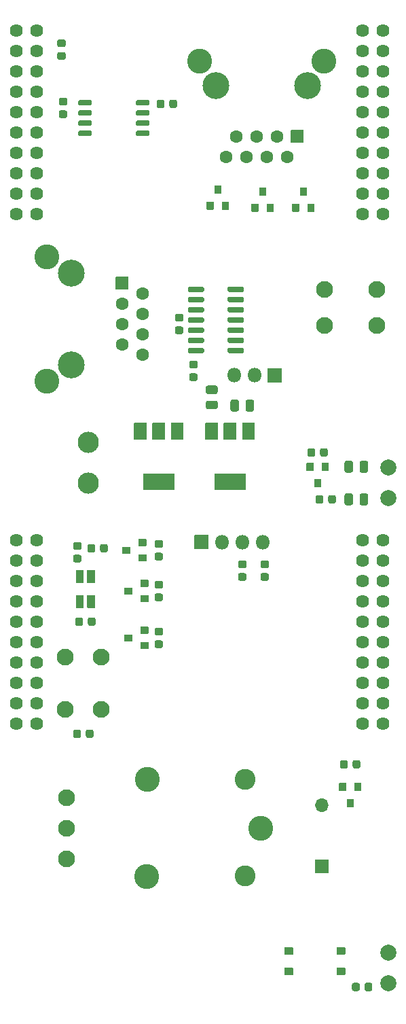
<source format=gts>
G04 #@! TF.GenerationSoftware,KiCad,Pcbnew,(5.1.10-1-10_14)*
G04 #@! TF.CreationDate,2021-11-12T15:28:04+00:00*
G04 #@! TF.ProjectId,New-New-ACNode-Shield,4e65772d-4e65-4772-9d41-434e6f64652d,rev?*
G04 #@! TF.SameCoordinates,Original*
G04 #@! TF.FileFunction,Soldermask,Top*
G04 #@! TF.FilePolarity,Negative*
%FSLAX46Y46*%
G04 Gerber Fmt 4.6, Leading zero omitted, Abs format (unit mm)*
G04 Created by KiCad (PCBNEW (5.1.10-1-10_14)) date 2021-11-12 15:28:04*
%MOMM*%
%LPD*%
G01*
G04 APERTURE LIST*
%ADD10O,1.800000X1.800000*%
%ADD11C,2.100000*%
%ADD12C,2.000000*%
%ADD13C,1.624000*%
%ADD14C,3.100000*%
%ADD15C,2.600000*%
%ADD16C,2.640000*%
%ADD17C,1.600000*%
%ADD18C,3.350000*%
%ADD19O,1.700000X1.700000*%
G04 APERTURE END LIST*
D10*
X151620000Y-88700000D03*
X154160000Y-88700000D03*
G36*
G01*
X155850000Y-87800000D02*
X157550000Y-87800000D01*
G75*
G02*
X157600000Y-87850000I0J-50000D01*
G01*
X157600000Y-89550000D01*
G75*
G02*
X157550000Y-89600000I-50000J0D01*
G01*
X155850000Y-89600000D01*
G75*
G02*
X155800000Y-89550000I0J50000D01*
G01*
X155800000Y-87850000D01*
G75*
G02*
X155850000Y-87800000I50000J0D01*
G01*
G37*
D11*
X130700000Y-148910000D03*
X130700000Y-145100000D03*
X130700000Y-141290000D03*
D12*
X170900000Y-160590000D03*
X170900000Y-164400000D03*
X170844000Y-100198000D03*
X170844000Y-104008000D03*
D13*
X170180000Y-132080000D03*
X167640000Y-132080000D03*
X127000000Y-132080000D03*
X124460000Y-132080000D03*
X170180000Y-129540000D03*
X167640000Y-129540000D03*
X170180000Y-127000000D03*
X167640000Y-127000000D03*
X170180000Y-124460000D03*
X167640000Y-124460000D03*
X170180000Y-121920000D03*
X167640000Y-121920000D03*
X170180000Y-119380000D03*
X167640000Y-119380000D03*
X170180000Y-116840000D03*
X167640000Y-116840000D03*
X170180000Y-114300000D03*
X167640000Y-114300000D03*
X170180000Y-111760000D03*
X167640000Y-111760000D03*
X170180000Y-109220000D03*
X167640000Y-109220000D03*
X170180000Y-68580000D03*
X167640000Y-68580000D03*
X170180000Y-66040000D03*
X167640000Y-66040000D03*
X170180000Y-63500000D03*
X167640000Y-63500000D03*
X170180000Y-60960000D03*
X167640000Y-60960000D03*
X170180000Y-58420000D03*
X167640000Y-58420000D03*
X170180000Y-55880000D03*
X167640000Y-55880000D03*
X170180000Y-53340000D03*
X167640000Y-53340000D03*
X170180000Y-50800000D03*
X167640000Y-50800000D03*
X170180000Y-48260000D03*
X167640000Y-48260000D03*
X170180000Y-45720000D03*
X167640000Y-45720000D03*
X127000000Y-129540000D03*
X124460000Y-129540000D03*
X127000000Y-127000000D03*
X124460000Y-127000000D03*
X127000000Y-124460000D03*
X124460000Y-124460000D03*
X127000000Y-121920000D03*
X124460000Y-121920000D03*
X127000000Y-119380000D03*
X124460000Y-119380000D03*
X127000000Y-116840000D03*
X124460000Y-116840000D03*
X127000000Y-114300000D03*
X124460000Y-114300000D03*
X127000000Y-111760000D03*
X124460000Y-111760000D03*
X127000000Y-109220000D03*
X124460000Y-109220000D03*
X127000000Y-68580000D03*
X124460000Y-68580000D03*
X127000000Y-66040000D03*
X124460000Y-66040000D03*
X127000000Y-63500000D03*
X124460000Y-63500000D03*
X127000000Y-60960000D03*
X124460000Y-60960000D03*
X127000000Y-58420000D03*
X124460000Y-58420000D03*
X127000000Y-55880000D03*
X124460000Y-55880000D03*
X127000000Y-53340000D03*
X124460000Y-53340000D03*
X127000000Y-50800000D03*
X124460000Y-50800000D03*
X127000000Y-48260000D03*
X124460000Y-48260000D03*
X127000000Y-45720000D03*
X124460000Y-45720000D03*
D14*
X154940000Y-145100000D03*
D15*
X152990000Y-151050000D03*
D14*
X140740000Y-151100000D03*
X140790000Y-139050000D03*
D15*
X152990000Y-139050000D03*
G36*
G01*
X152680000Y-94606000D02*
X154180000Y-94606000D01*
G75*
G02*
X154230000Y-94656000I0J-50000D01*
G01*
X154230000Y-96656000D01*
G75*
G02*
X154180000Y-96706000I-50000J0D01*
G01*
X152680000Y-96706000D01*
G75*
G02*
X152630000Y-96656000I0J50000D01*
G01*
X152630000Y-94656000D01*
G75*
G02*
X152680000Y-94606000I50000J0D01*
G01*
G37*
G36*
G01*
X148080000Y-94606000D02*
X149580000Y-94606000D01*
G75*
G02*
X149630000Y-94656000I0J-50000D01*
G01*
X149630000Y-96656000D01*
G75*
G02*
X149580000Y-96706000I-50000J0D01*
G01*
X148080000Y-96706000D01*
G75*
G02*
X148030000Y-96656000I0J50000D01*
G01*
X148030000Y-94656000D01*
G75*
G02*
X148080000Y-94606000I50000J0D01*
G01*
G37*
G36*
G01*
X150380000Y-94606000D02*
X151880000Y-94606000D01*
G75*
G02*
X151930000Y-94656000I0J-50000D01*
G01*
X151930000Y-96656000D01*
G75*
G02*
X151880000Y-96706000I-50000J0D01*
G01*
X150380000Y-96706000D01*
G75*
G02*
X150330000Y-96656000I0J50000D01*
G01*
X150330000Y-94656000D01*
G75*
G02*
X150380000Y-94606000I50000J0D01*
G01*
G37*
G36*
G01*
X149230000Y-100906000D02*
X153030000Y-100906000D01*
G75*
G02*
X153080000Y-100956000I0J-50000D01*
G01*
X153080000Y-102956000D01*
G75*
G02*
X153030000Y-103006000I-50000J0D01*
G01*
X149230000Y-103006000D01*
G75*
G02*
X149180000Y-102956000I0J50000D01*
G01*
X149180000Y-100956000D01*
G75*
G02*
X149230000Y-100906000I50000J0D01*
G01*
G37*
G36*
G01*
X164450000Y-159980000D02*
X165450000Y-159980000D01*
G75*
G02*
X165500000Y-160030000I0J-50000D01*
G01*
X165500000Y-160830000D01*
G75*
G02*
X165450000Y-160880000I-50000J0D01*
G01*
X164450000Y-160880000D01*
G75*
G02*
X164400000Y-160830000I0J50000D01*
G01*
X164400000Y-160030000D01*
G75*
G02*
X164450000Y-159980000I50000J0D01*
G01*
G37*
G36*
G01*
X157950000Y-159980000D02*
X158950000Y-159980000D01*
G75*
G02*
X159000000Y-160030000I0J-50000D01*
G01*
X159000000Y-160830000D01*
G75*
G02*
X158950000Y-160880000I-50000J0D01*
G01*
X157950000Y-160880000D01*
G75*
G02*
X157900000Y-160830000I0J50000D01*
G01*
X157900000Y-160030000D01*
G75*
G02*
X157950000Y-159980000I50000J0D01*
G01*
G37*
G36*
G01*
X157950000Y-162520000D02*
X158950000Y-162520000D01*
G75*
G02*
X159000000Y-162570000I0J-50000D01*
G01*
X159000000Y-163370000D01*
G75*
G02*
X158950000Y-163420000I-50000J0D01*
G01*
X157950000Y-163420000D01*
G75*
G02*
X157900000Y-163370000I0J50000D01*
G01*
X157900000Y-162570000D01*
G75*
G02*
X157950000Y-162520000I50000J0D01*
G01*
G37*
G36*
G01*
X164450000Y-162520000D02*
X165450000Y-162520000D01*
G75*
G02*
X165500000Y-162570000I0J-50000D01*
G01*
X165500000Y-163370000D01*
G75*
G02*
X165450000Y-163420000I-50000J0D01*
G01*
X164450000Y-163420000D01*
G75*
G02*
X164400000Y-163370000I0J50000D01*
G01*
X164400000Y-162570000D01*
G75*
G02*
X164450000Y-162520000I50000J0D01*
G01*
G37*
G36*
G01*
X139402000Y-54912000D02*
X139402000Y-54562000D01*
G75*
G02*
X139577000Y-54387000I175000J0D01*
G01*
X140927000Y-54387000D01*
G75*
G02*
X141102000Y-54562000I0J-175000D01*
G01*
X141102000Y-54912000D01*
G75*
G02*
X140927000Y-55087000I-175000J0D01*
G01*
X139577000Y-55087000D01*
G75*
G02*
X139402000Y-54912000I0J175000D01*
G01*
G37*
G36*
G01*
X139402000Y-56182000D02*
X139402000Y-55832000D01*
G75*
G02*
X139577000Y-55657000I175000J0D01*
G01*
X140927000Y-55657000D01*
G75*
G02*
X141102000Y-55832000I0J-175000D01*
G01*
X141102000Y-56182000D01*
G75*
G02*
X140927000Y-56357000I-175000J0D01*
G01*
X139577000Y-56357000D01*
G75*
G02*
X139402000Y-56182000I0J175000D01*
G01*
G37*
G36*
G01*
X139402000Y-57452000D02*
X139402000Y-57102000D01*
G75*
G02*
X139577000Y-56927000I175000J0D01*
G01*
X140927000Y-56927000D01*
G75*
G02*
X141102000Y-57102000I0J-175000D01*
G01*
X141102000Y-57452000D01*
G75*
G02*
X140927000Y-57627000I-175000J0D01*
G01*
X139577000Y-57627000D01*
G75*
G02*
X139402000Y-57452000I0J175000D01*
G01*
G37*
G36*
G01*
X139402000Y-58722000D02*
X139402000Y-58372000D01*
G75*
G02*
X139577000Y-58197000I175000J0D01*
G01*
X140927000Y-58197000D01*
G75*
G02*
X141102000Y-58372000I0J-175000D01*
G01*
X141102000Y-58722000D01*
G75*
G02*
X140927000Y-58897000I-175000J0D01*
G01*
X139577000Y-58897000D01*
G75*
G02*
X139402000Y-58722000I0J175000D01*
G01*
G37*
G36*
G01*
X132202000Y-58722000D02*
X132202000Y-58372000D01*
G75*
G02*
X132377000Y-58197000I175000J0D01*
G01*
X133727000Y-58197000D01*
G75*
G02*
X133902000Y-58372000I0J-175000D01*
G01*
X133902000Y-58722000D01*
G75*
G02*
X133727000Y-58897000I-175000J0D01*
G01*
X132377000Y-58897000D01*
G75*
G02*
X132202000Y-58722000I0J175000D01*
G01*
G37*
G36*
G01*
X132202000Y-57452000D02*
X132202000Y-57102000D01*
G75*
G02*
X132377000Y-56927000I175000J0D01*
G01*
X133727000Y-56927000D01*
G75*
G02*
X133902000Y-57102000I0J-175000D01*
G01*
X133902000Y-57452000D01*
G75*
G02*
X133727000Y-57627000I-175000J0D01*
G01*
X132377000Y-57627000D01*
G75*
G02*
X132202000Y-57452000I0J175000D01*
G01*
G37*
G36*
G01*
X132202000Y-56182000D02*
X132202000Y-55832000D01*
G75*
G02*
X132377000Y-55657000I175000J0D01*
G01*
X133727000Y-55657000D01*
G75*
G02*
X133902000Y-55832000I0J-175000D01*
G01*
X133902000Y-56182000D01*
G75*
G02*
X133727000Y-56357000I-175000J0D01*
G01*
X132377000Y-56357000D01*
G75*
G02*
X132202000Y-56182000I0J175000D01*
G01*
G37*
G36*
G01*
X132202000Y-54912000D02*
X132202000Y-54562000D01*
G75*
G02*
X132377000Y-54387000I175000J0D01*
G01*
X133727000Y-54387000D01*
G75*
G02*
X133902000Y-54562000I0J-175000D01*
G01*
X133902000Y-54912000D01*
G75*
G02*
X133727000Y-55087000I-175000J0D01*
G01*
X132377000Y-55087000D01*
G75*
G02*
X132202000Y-54912000I0J175000D01*
G01*
G37*
G36*
G01*
X147902000Y-85423000D02*
X147902000Y-85773000D01*
G75*
G02*
X147727000Y-85948000I-175000J0D01*
G01*
X146027000Y-85948000D01*
G75*
G02*
X145852000Y-85773000I0J175000D01*
G01*
X145852000Y-85423000D01*
G75*
G02*
X146027000Y-85248000I175000J0D01*
G01*
X147727000Y-85248000D01*
G75*
G02*
X147902000Y-85423000I0J-175000D01*
G01*
G37*
G36*
G01*
X147902000Y-84153000D02*
X147902000Y-84503000D01*
G75*
G02*
X147727000Y-84678000I-175000J0D01*
G01*
X146027000Y-84678000D01*
G75*
G02*
X145852000Y-84503000I0J175000D01*
G01*
X145852000Y-84153000D01*
G75*
G02*
X146027000Y-83978000I175000J0D01*
G01*
X147727000Y-83978000D01*
G75*
G02*
X147902000Y-84153000I0J-175000D01*
G01*
G37*
G36*
G01*
X147902000Y-82883000D02*
X147902000Y-83233000D01*
G75*
G02*
X147727000Y-83408000I-175000J0D01*
G01*
X146027000Y-83408000D01*
G75*
G02*
X145852000Y-83233000I0J175000D01*
G01*
X145852000Y-82883000D01*
G75*
G02*
X146027000Y-82708000I175000J0D01*
G01*
X147727000Y-82708000D01*
G75*
G02*
X147902000Y-82883000I0J-175000D01*
G01*
G37*
G36*
G01*
X147902000Y-81613000D02*
X147902000Y-81963000D01*
G75*
G02*
X147727000Y-82138000I-175000J0D01*
G01*
X146027000Y-82138000D01*
G75*
G02*
X145852000Y-81963000I0J175000D01*
G01*
X145852000Y-81613000D01*
G75*
G02*
X146027000Y-81438000I175000J0D01*
G01*
X147727000Y-81438000D01*
G75*
G02*
X147902000Y-81613000I0J-175000D01*
G01*
G37*
G36*
G01*
X147902000Y-80343000D02*
X147902000Y-80693000D01*
G75*
G02*
X147727000Y-80868000I-175000J0D01*
G01*
X146027000Y-80868000D01*
G75*
G02*
X145852000Y-80693000I0J175000D01*
G01*
X145852000Y-80343000D01*
G75*
G02*
X146027000Y-80168000I175000J0D01*
G01*
X147727000Y-80168000D01*
G75*
G02*
X147902000Y-80343000I0J-175000D01*
G01*
G37*
G36*
G01*
X147902000Y-79073000D02*
X147902000Y-79423000D01*
G75*
G02*
X147727000Y-79598000I-175000J0D01*
G01*
X146027000Y-79598000D01*
G75*
G02*
X145852000Y-79423000I0J175000D01*
G01*
X145852000Y-79073000D01*
G75*
G02*
X146027000Y-78898000I175000J0D01*
G01*
X147727000Y-78898000D01*
G75*
G02*
X147902000Y-79073000I0J-175000D01*
G01*
G37*
G36*
G01*
X147902000Y-77803000D02*
X147902000Y-78153000D01*
G75*
G02*
X147727000Y-78328000I-175000J0D01*
G01*
X146027000Y-78328000D01*
G75*
G02*
X145852000Y-78153000I0J175000D01*
G01*
X145852000Y-77803000D01*
G75*
G02*
X146027000Y-77628000I175000J0D01*
G01*
X147727000Y-77628000D01*
G75*
G02*
X147902000Y-77803000I0J-175000D01*
G01*
G37*
G36*
G01*
X152852000Y-77803000D02*
X152852000Y-78153000D01*
G75*
G02*
X152677000Y-78328000I-175000J0D01*
G01*
X150977000Y-78328000D01*
G75*
G02*
X150802000Y-78153000I0J175000D01*
G01*
X150802000Y-77803000D01*
G75*
G02*
X150977000Y-77628000I175000J0D01*
G01*
X152677000Y-77628000D01*
G75*
G02*
X152852000Y-77803000I0J-175000D01*
G01*
G37*
G36*
G01*
X152852000Y-79073000D02*
X152852000Y-79423000D01*
G75*
G02*
X152677000Y-79598000I-175000J0D01*
G01*
X150977000Y-79598000D01*
G75*
G02*
X150802000Y-79423000I0J175000D01*
G01*
X150802000Y-79073000D01*
G75*
G02*
X150977000Y-78898000I175000J0D01*
G01*
X152677000Y-78898000D01*
G75*
G02*
X152852000Y-79073000I0J-175000D01*
G01*
G37*
G36*
G01*
X152852000Y-80343000D02*
X152852000Y-80693000D01*
G75*
G02*
X152677000Y-80868000I-175000J0D01*
G01*
X150977000Y-80868000D01*
G75*
G02*
X150802000Y-80693000I0J175000D01*
G01*
X150802000Y-80343000D01*
G75*
G02*
X150977000Y-80168000I175000J0D01*
G01*
X152677000Y-80168000D01*
G75*
G02*
X152852000Y-80343000I0J-175000D01*
G01*
G37*
G36*
G01*
X152852000Y-81613000D02*
X152852000Y-81963000D01*
G75*
G02*
X152677000Y-82138000I-175000J0D01*
G01*
X150977000Y-82138000D01*
G75*
G02*
X150802000Y-81963000I0J175000D01*
G01*
X150802000Y-81613000D01*
G75*
G02*
X150977000Y-81438000I175000J0D01*
G01*
X152677000Y-81438000D01*
G75*
G02*
X152852000Y-81613000I0J-175000D01*
G01*
G37*
G36*
G01*
X152852000Y-82883000D02*
X152852000Y-83233000D01*
G75*
G02*
X152677000Y-83408000I-175000J0D01*
G01*
X150977000Y-83408000D01*
G75*
G02*
X150802000Y-83233000I0J175000D01*
G01*
X150802000Y-82883000D01*
G75*
G02*
X150977000Y-82708000I175000J0D01*
G01*
X152677000Y-82708000D01*
G75*
G02*
X152852000Y-82883000I0J-175000D01*
G01*
G37*
G36*
G01*
X152852000Y-84153000D02*
X152852000Y-84503000D01*
G75*
G02*
X152677000Y-84678000I-175000J0D01*
G01*
X150977000Y-84678000D01*
G75*
G02*
X150802000Y-84503000I0J175000D01*
G01*
X150802000Y-84153000D01*
G75*
G02*
X150977000Y-83978000I175000J0D01*
G01*
X152677000Y-83978000D01*
G75*
G02*
X152852000Y-84153000I0J-175000D01*
G01*
G37*
G36*
G01*
X152852000Y-85423000D02*
X152852000Y-85773000D01*
G75*
G02*
X152677000Y-85948000I-175000J0D01*
G01*
X150977000Y-85948000D01*
G75*
G02*
X150802000Y-85773000I0J175000D01*
G01*
X150802000Y-85423000D01*
G75*
G02*
X150977000Y-85248000I175000J0D01*
G01*
X152677000Y-85248000D01*
G75*
G02*
X152852000Y-85423000I0J-175000D01*
G01*
G37*
D11*
X130556000Y-123802000D03*
X135056000Y-123802000D03*
X130556000Y-130302000D03*
X135056000Y-130302000D03*
X169400000Y-78000000D03*
X169400000Y-82500000D03*
X162900000Y-78000000D03*
X162900000Y-82500000D03*
G36*
G01*
X161752000Y-98016750D02*
X161752000Y-98579250D01*
G75*
G02*
X161508250Y-98823000I-243750J0D01*
G01*
X161020750Y-98823000D01*
G75*
G02*
X160777000Y-98579250I0J243750D01*
G01*
X160777000Y-98016750D01*
G75*
G02*
X161020750Y-97773000I243750J0D01*
G01*
X161508250Y-97773000D01*
G75*
G02*
X161752000Y-98016750I0J-243750D01*
G01*
G37*
G36*
G01*
X163327000Y-98016750D02*
X163327000Y-98579250D01*
G75*
G02*
X163083250Y-98823000I-243750J0D01*
G01*
X162595750Y-98823000D01*
G75*
G02*
X162352000Y-98579250I0J243750D01*
G01*
X162352000Y-98016750D01*
G75*
G02*
X162595750Y-97773000I243750J0D01*
G01*
X163083250Y-97773000D01*
G75*
G02*
X163327000Y-98016750I0J-243750D01*
G01*
G37*
G36*
G01*
X162768000Y-103858750D02*
X162768000Y-104421250D01*
G75*
G02*
X162524250Y-104665000I-243750J0D01*
G01*
X162036750Y-104665000D01*
G75*
G02*
X161793000Y-104421250I0J243750D01*
G01*
X161793000Y-103858750D01*
G75*
G02*
X162036750Y-103615000I243750J0D01*
G01*
X162524250Y-103615000D01*
G75*
G02*
X162768000Y-103858750I0J-243750D01*
G01*
G37*
G36*
G01*
X164343000Y-103858750D02*
X164343000Y-104421250D01*
G75*
G02*
X164099250Y-104665000I-243750J0D01*
G01*
X163611750Y-104665000D01*
G75*
G02*
X163368000Y-104421250I0J243750D01*
G01*
X163368000Y-103858750D01*
G75*
G02*
X163611750Y-103615000I243750J0D01*
G01*
X164099250Y-103615000D01*
G75*
G02*
X164343000Y-103858750I0J-243750D01*
G01*
G37*
G36*
G01*
X133142000Y-133631250D02*
X133142000Y-133068750D01*
G75*
G02*
X133385750Y-132825000I243750J0D01*
G01*
X133873250Y-132825000D01*
G75*
G02*
X134117000Y-133068750I0J-243750D01*
G01*
X134117000Y-133631250D01*
G75*
G02*
X133873250Y-133875000I-243750J0D01*
G01*
X133385750Y-133875000D01*
G75*
G02*
X133142000Y-133631250I0J243750D01*
G01*
G37*
G36*
G01*
X131567000Y-133631250D02*
X131567000Y-133068750D01*
G75*
G02*
X131810750Y-132825000I243750J0D01*
G01*
X132298250Y-132825000D01*
G75*
G02*
X132542000Y-133068750I0J-243750D01*
G01*
X132542000Y-133631250D01*
G75*
G02*
X132298250Y-133875000I-243750J0D01*
G01*
X131810750Y-133875000D01*
G75*
G02*
X131567000Y-133631250I0J243750D01*
G01*
G37*
G36*
G01*
X155729250Y-112730000D02*
X155166750Y-112730000D01*
G75*
G02*
X154923000Y-112486250I0J243750D01*
G01*
X154923000Y-111998750D01*
G75*
G02*
X155166750Y-111755000I243750J0D01*
G01*
X155729250Y-111755000D01*
G75*
G02*
X155973000Y-111998750I0J-243750D01*
G01*
X155973000Y-112486250D01*
G75*
G02*
X155729250Y-112730000I-243750J0D01*
G01*
G37*
G36*
G01*
X155729250Y-114305000D02*
X155166750Y-114305000D01*
G75*
G02*
X154923000Y-114061250I0J243750D01*
G01*
X154923000Y-113573750D01*
G75*
G02*
X155166750Y-113330000I243750J0D01*
G01*
X155729250Y-113330000D01*
G75*
G02*
X155973000Y-113573750I0J-243750D01*
G01*
X155973000Y-114061250D01*
G75*
G02*
X155729250Y-114305000I-243750J0D01*
G01*
G37*
G36*
G01*
X152935250Y-112730000D02*
X152372750Y-112730000D01*
G75*
G02*
X152129000Y-112486250I0J243750D01*
G01*
X152129000Y-111998750D01*
G75*
G02*
X152372750Y-111755000I243750J0D01*
G01*
X152935250Y-111755000D01*
G75*
G02*
X153179000Y-111998750I0J-243750D01*
G01*
X153179000Y-112486250D01*
G75*
G02*
X152935250Y-112730000I-243750J0D01*
G01*
G37*
G36*
G01*
X152935250Y-114305000D02*
X152372750Y-114305000D01*
G75*
G02*
X152129000Y-114061250I0J243750D01*
G01*
X152129000Y-113573750D01*
G75*
G02*
X152372750Y-113330000I243750J0D01*
G01*
X152935250Y-113330000D01*
G75*
G02*
X153179000Y-113573750I0J-243750D01*
G01*
X153179000Y-114061250D01*
G75*
G02*
X152935250Y-114305000I-243750J0D01*
G01*
G37*
G36*
G01*
X167900000Y-165181250D02*
X167900000Y-164618750D01*
G75*
G02*
X168143750Y-164375000I243750J0D01*
G01*
X168631250Y-164375000D01*
G75*
G02*
X168875000Y-164618750I0J-243750D01*
G01*
X168875000Y-165181250D01*
G75*
G02*
X168631250Y-165425000I-243750J0D01*
G01*
X168143750Y-165425000D01*
G75*
G02*
X167900000Y-165181250I0J243750D01*
G01*
G37*
G36*
G01*
X166325000Y-165181250D02*
X166325000Y-164618750D01*
G75*
G02*
X166568750Y-164375000I243750J0D01*
G01*
X167056250Y-164375000D01*
G75*
G02*
X167300000Y-164618750I0J-243750D01*
G01*
X167300000Y-165181250D01*
G75*
G02*
X167056250Y-165425000I-243750J0D01*
G01*
X166568750Y-165425000D01*
G75*
G02*
X166325000Y-165181250I0J243750D01*
G01*
G37*
G36*
G01*
X129818750Y-48400000D02*
X130381250Y-48400000D01*
G75*
G02*
X130625000Y-48643750I0J-243750D01*
G01*
X130625000Y-49131250D01*
G75*
G02*
X130381250Y-49375000I-243750J0D01*
G01*
X129818750Y-49375000D01*
G75*
G02*
X129575000Y-49131250I0J243750D01*
G01*
X129575000Y-48643750D01*
G75*
G02*
X129818750Y-48400000I243750J0D01*
G01*
G37*
G36*
G01*
X129818750Y-46825000D02*
X130381250Y-46825000D01*
G75*
G02*
X130625000Y-47068750I0J-243750D01*
G01*
X130625000Y-47556250D01*
G75*
G02*
X130381250Y-47800000I-243750J0D01*
G01*
X129818750Y-47800000D01*
G75*
G02*
X129575000Y-47556250I0J243750D01*
G01*
X129575000Y-47068750D01*
G75*
G02*
X129818750Y-46825000I243750J0D01*
G01*
G37*
G36*
G01*
X165816000Y-136878750D02*
X165816000Y-137441250D01*
G75*
G02*
X165572250Y-137685000I-243750J0D01*
G01*
X165084750Y-137685000D01*
G75*
G02*
X164841000Y-137441250I0J243750D01*
G01*
X164841000Y-136878750D01*
G75*
G02*
X165084750Y-136635000I243750J0D01*
G01*
X165572250Y-136635000D01*
G75*
G02*
X165816000Y-136878750I0J-243750D01*
G01*
G37*
G36*
G01*
X167391000Y-136878750D02*
X167391000Y-137441250D01*
G75*
G02*
X167147250Y-137685000I-243750J0D01*
G01*
X166659750Y-137685000D01*
G75*
G02*
X166416000Y-137441250I0J243750D01*
G01*
X166416000Y-136878750D01*
G75*
G02*
X166659750Y-136635000I243750J0D01*
G01*
X167147250Y-136635000D01*
G75*
G02*
X167391000Y-136878750I0J-243750D01*
G01*
G37*
G36*
G01*
X142521250Y-121112000D02*
X141958750Y-121112000D01*
G75*
G02*
X141715000Y-120868250I0J243750D01*
G01*
X141715000Y-120380750D01*
G75*
G02*
X141958750Y-120137000I243750J0D01*
G01*
X142521250Y-120137000D01*
G75*
G02*
X142765000Y-120380750I0J-243750D01*
G01*
X142765000Y-120868250D01*
G75*
G02*
X142521250Y-121112000I-243750J0D01*
G01*
G37*
G36*
G01*
X142521250Y-122687000D02*
X141958750Y-122687000D01*
G75*
G02*
X141715000Y-122443250I0J243750D01*
G01*
X141715000Y-121955750D01*
G75*
G02*
X141958750Y-121712000I243750J0D01*
G01*
X142521250Y-121712000D01*
G75*
G02*
X142765000Y-121955750I0J-243750D01*
G01*
X142765000Y-122443250D01*
G75*
G02*
X142521250Y-122687000I-243750J0D01*
G01*
G37*
G36*
G01*
X142521250Y-115270000D02*
X141958750Y-115270000D01*
G75*
G02*
X141715000Y-115026250I0J243750D01*
G01*
X141715000Y-114538750D01*
G75*
G02*
X141958750Y-114295000I243750J0D01*
G01*
X142521250Y-114295000D01*
G75*
G02*
X142765000Y-114538750I0J-243750D01*
G01*
X142765000Y-115026250D01*
G75*
G02*
X142521250Y-115270000I-243750J0D01*
G01*
G37*
G36*
G01*
X142521250Y-116845000D02*
X141958750Y-116845000D01*
G75*
G02*
X141715000Y-116601250I0J243750D01*
G01*
X141715000Y-116113750D01*
G75*
G02*
X141958750Y-115870000I243750J0D01*
G01*
X142521250Y-115870000D01*
G75*
G02*
X142765000Y-116113750I0J-243750D01*
G01*
X142765000Y-116601250D01*
G75*
G02*
X142521250Y-116845000I-243750J0D01*
G01*
G37*
G36*
G01*
X142521250Y-110190000D02*
X141958750Y-110190000D01*
G75*
G02*
X141715000Y-109946250I0J243750D01*
G01*
X141715000Y-109458750D01*
G75*
G02*
X141958750Y-109215000I243750J0D01*
G01*
X142521250Y-109215000D01*
G75*
G02*
X142765000Y-109458750I0J-243750D01*
G01*
X142765000Y-109946250D01*
G75*
G02*
X142521250Y-110190000I-243750J0D01*
G01*
G37*
G36*
G01*
X142521250Y-111765000D02*
X141958750Y-111765000D01*
G75*
G02*
X141715000Y-111521250I0J243750D01*
G01*
X141715000Y-111033750D01*
G75*
G02*
X141958750Y-110790000I243750J0D01*
G01*
X142521250Y-110790000D01*
G75*
G02*
X142765000Y-111033750I0J-243750D01*
G01*
X142765000Y-111521250D01*
G75*
G02*
X142521250Y-111765000I-243750J0D01*
G01*
G37*
G36*
G01*
X133396000Y-119661250D02*
X133396000Y-119098750D01*
G75*
G02*
X133639750Y-118855000I243750J0D01*
G01*
X134127250Y-118855000D01*
G75*
G02*
X134371000Y-119098750I0J-243750D01*
G01*
X134371000Y-119661250D01*
G75*
G02*
X134127250Y-119905000I-243750J0D01*
G01*
X133639750Y-119905000D01*
G75*
G02*
X133396000Y-119661250I0J243750D01*
G01*
G37*
G36*
G01*
X131821000Y-119661250D02*
X131821000Y-119098750D01*
G75*
G02*
X132064750Y-118855000I243750J0D01*
G01*
X132552250Y-118855000D01*
G75*
G02*
X132796000Y-119098750I0J-243750D01*
G01*
X132796000Y-119661250D01*
G75*
G02*
X132552250Y-119905000I-243750J0D01*
G01*
X132064750Y-119905000D01*
G75*
G02*
X131821000Y-119661250I0J243750D01*
G01*
G37*
G36*
G01*
X132361250Y-110444000D02*
X131798750Y-110444000D01*
G75*
G02*
X131555000Y-110200250I0J243750D01*
G01*
X131555000Y-109712750D01*
G75*
G02*
X131798750Y-109469000I243750J0D01*
G01*
X132361250Y-109469000D01*
G75*
G02*
X132605000Y-109712750I0J-243750D01*
G01*
X132605000Y-110200250D01*
G75*
G02*
X132361250Y-110444000I-243750J0D01*
G01*
G37*
G36*
G01*
X132361250Y-112019000D02*
X131798750Y-112019000D01*
G75*
G02*
X131555000Y-111775250I0J243750D01*
G01*
X131555000Y-111287750D01*
G75*
G02*
X131798750Y-111044000I243750J0D01*
G01*
X132361250Y-111044000D01*
G75*
G02*
X132605000Y-111287750I0J-243750D01*
G01*
X132605000Y-111775250D01*
G75*
G02*
X132361250Y-112019000I-243750J0D01*
G01*
G37*
G36*
G01*
X134920000Y-110517250D02*
X134920000Y-109954750D01*
G75*
G02*
X135163750Y-109711000I243750J0D01*
G01*
X135651250Y-109711000D01*
G75*
G02*
X135895000Y-109954750I0J-243750D01*
G01*
X135895000Y-110517250D01*
G75*
G02*
X135651250Y-110761000I-243750J0D01*
G01*
X135163750Y-110761000D01*
G75*
G02*
X134920000Y-110517250I0J243750D01*
G01*
G37*
G36*
G01*
X133345000Y-110517250D02*
X133345000Y-109954750D01*
G75*
G02*
X133588750Y-109711000I243750J0D01*
G01*
X134076250Y-109711000D01*
G75*
G02*
X134320000Y-109954750I0J-243750D01*
G01*
X134320000Y-110517250D01*
G75*
G02*
X134076250Y-110761000I-243750J0D01*
G01*
X133588750Y-110761000D01*
G75*
G02*
X133345000Y-110517250I0J243750D01*
G01*
G37*
G36*
G01*
X130583250Y-55072000D02*
X130020750Y-55072000D01*
G75*
G02*
X129777000Y-54828250I0J243750D01*
G01*
X129777000Y-54340750D01*
G75*
G02*
X130020750Y-54097000I243750J0D01*
G01*
X130583250Y-54097000D01*
G75*
G02*
X130827000Y-54340750I0J-243750D01*
G01*
X130827000Y-54828250D01*
G75*
G02*
X130583250Y-55072000I-243750J0D01*
G01*
G37*
G36*
G01*
X130583250Y-56647000D02*
X130020750Y-56647000D01*
G75*
G02*
X129777000Y-56403250I0J243750D01*
G01*
X129777000Y-55915750D01*
G75*
G02*
X130020750Y-55672000I243750J0D01*
G01*
X130583250Y-55672000D01*
G75*
G02*
X130827000Y-55915750I0J-243750D01*
G01*
X130827000Y-56403250D01*
G75*
G02*
X130583250Y-56647000I-243750J0D01*
G01*
G37*
G36*
G01*
X144498750Y-82596000D02*
X145061250Y-82596000D01*
G75*
G02*
X145305000Y-82839750I0J-243750D01*
G01*
X145305000Y-83327250D01*
G75*
G02*
X145061250Y-83571000I-243750J0D01*
G01*
X144498750Y-83571000D01*
G75*
G02*
X144255000Y-83327250I0J243750D01*
G01*
X144255000Y-82839750D01*
G75*
G02*
X144498750Y-82596000I243750J0D01*
G01*
G37*
G36*
G01*
X144498750Y-81021000D02*
X145061250Y-81021000D01*
G75*
G02*
X145305000Y-81264750I0J-243750D01*
G01*
X145305000Y-81752250D01*
G75*
G02*
X145061250Y-81996000I-243750J0D01*
G01*
X144498750Y-81996000D01*
G75*
G02*
X144255000Y-81752250I0J243750D01*
G01*
X144255000Y-81264750D01*
G75*
G02*
X144498750Y-81021000I243750J0D01*
G01*
G37*
G36*
G01*
X161652000Y-101592000D02*
X162452000Y-101592000D01*
G75*
G02*
X162502000Y-101642000I0J-50000D01*
G01*
X162502000Y-102542000D01*
G75*
G02*
X162452000Y-102592000I-50000J0D01*
G01*
X161652000Y-102592000D01*
G75*
G02*
X161602000Y-102542000I0J50000D01*
G01*
X161602000Y-101642000D01*
G75*
G02*
X161652000Y-101592000I50000J0D01*
G01*
G37*
G36*
G01*
X160702000Y-99592000D02*
X161502000Y-99592000D01*
G75*
G02*
X161552000Y-99642000I0J-50000D01*
G01*
X161552000Y-100542000D01*
G75*
G02*
X161502000Y-100592000I-50000J0D01*
G01*
X160702000Y-100592000D01*
G75*
G02*
X160652000Y-100542000I0J50000D01*
G01*
X160652000Y-99642000D01*
G75*
G02*
X160702000Y-99592000I50000J0D01*
G01*
G37*
G36*
G01*
X162602000Y-99592000D02*
X163402000Y-99592000D01*
G75*
G02*
X163452000Y-99642000I0J-50000D01*
G01*
X163452000Y-100542000D01*
G75*
G02*
X163402000Y-100592000I-50000J0D01*
G01*
X162602000Y-100592000D01*
G75*
G02*
X162552000Y-100542000I0J50000D01*
G01*
X162552000Y-99642000D01*
G75*
G02*
X162602000Y-99592000I50000J0D01*
G01*
G37*
G36*
G01*
X165716000Y-141470000D02*
X166516000Y-141470000D01*
G75*
G02*
X166566000Y-141520000I0J-50000D01*
G01*
X166566000Y-142420000D01*
G75*
G02*
X166516000Y-142470000I-50000J0D01*
G01*
X165716000Y-142470000D01*
G75*
G02*
X165666000Y-142420000I0J50000D01*
G01*
X165666000Y-141520000D01*
G75*
G02*
X165716000Y-141470000I50000J0D01*
G01*
G37*
G36*
G01*
X164766000Y-139470000D02*
X165566000Y-139470000D01*
G75*
G02*
X165616000Y-139520000I0J-50000D01*
G01*
X165616000Y-140420000D01*
G75*
G02*
X165566000Y-140470000I-50000J0D01*
G01*
X164766000Y-140470000D01*
G75*
G02*
X164716000Y-140420000I0J50000D01*
G01*
X164716000Y-139520000D01*
G75*
G02*
X164766000Y-139470000I50000J0D01*
G01*
G37*
G36*
G01*
X166666000Y-139470000D02*
X167466000Y-139470000D01*
G75*
G02*
X167516000Y-139520000I0J-50000D01*
G01*
X167516000Y-140420000D01*
G75*
G02*
X167466000Y-140470000I-50000J0D01*
G01*
X166666000Y-140470000D01*
G75*
G02*
X166616000Y-140420000I0J50000D01*
G01*
X166616000Y-139520000D01*
G75*
G02*
X166666000Y-139470000I50000J0D01*
G01*
G37*
G36*
G01*
X143790000Y-94606000D02*
X145290000Y-94606000D01*
G75*
G02*
X145340000Y-94656000I0J-50000D01*
G01*
X145340000Y-96656000D01*
G75*
G02*
X145290000Y-96706000I-50000J0D01*
G01*
X143790000Y-96706000D01*
G75*
G02*
X143740000Y-96656000I0J50000D01*
G01*
X143740000Y-94656000D01*
G75*
G02*
X143790000Y-94606000I50000J0D01*
G01*
G37*
G36*
G01*
X139190000Y-94606000D02*
X140690000Y-94606000D01*
G75*
G02*
X140740000Y-94656000I0J-50000D01*
G01*
X140740000Y-96656000D01*
G75*
G02*
X140690000Y-96706000I-50000J0D01*
G01*
X139190000Y-96706000D01*
G75*
G02*
X139140000Y-96656000I0J50000D01*
G01*
X139140000Y-94656000D01*
G75*
G02*
X139190000Y-94606000I50000J0D01*
G01*
G37*
G36*
G01*
X141490000Y-94606000D02*
X142990000Y-94606000D01*
G75*
G02*
X143040000Y-94656000I0J-50000D01*
G01*
X143040000Y-96656000D01*
G75*
G02*
X142990000Y-96706000I-50000J0D01*
G01*
X141490000Y-96706000D01*
G75*
G02*
X141440000Y-96656000I0J50000D01*
G01*
X141440000Y-94656000D01*
G75*
G02*
X141490000Y-94606000I50000J0D01*
G01*
G37*
G36*
G01*
X140340000Y-100906000D02*
X144140000Y-100906000D01*
G75*
G02*
X144190000Y-100956000I0J-50000D01*
G01*
X144190000Y-102956000D01*
G75*
G02*
X144140000Y-103006000I-50000J0D01*
G01*
X140340000Y-103006000D01*
G75*
G02*
X140290000Y-102956000I0J50000D01*
G01*
X140290000Y-100956000D01*
G75*
G02*
X140340000Y-100906000I50000J0D01*
G01*
G37*
G36*
G01*
X138946000Y-121012000D02*
X138946000Y-121812000D01*
G75*
G02*
X138896000Y-121862000I-50000J0D01*
G01*
X137996000Y-121862000D01*
G75*
G02*
X137946000Y-121812000I0J50000D01*
G01*
X137946000Y-121012000D01*
G75*
G02*
X137996000Y-120962000I50000J0D01*
G01*
X138896000Y-120962000D01*
G75*
G02*
X138946000Y-121012000I0J-50000D01*
G01*
G37*
G36*
G01*
X140946000Y-120062000D02*
X140946000Y-120862000D01*
G75*
G02*
X140896000Y-120912000I-50000J0D01*
G01*
X139996000Y-120912000D01*
G75*
G02*
X139946000Y-120862000I0J50000D01*
G01*
X139946000Y-120062000D01*
G75*
G02*
X139996000Y-120012000I50000J0D01*
G01*
X140896000Y-120012000D01*
G75*
G02*
X140946000Y-120062000I0J-50000D01*
G01*
G37*
G36*
G01*
X140946000Y-121962000D02*
X140946000Y-122762000D01*
G75*
G02*
X140896000Y-122812000I-50000J0D01*
G01*
X139996000Y-122812000D01*
G75*
G02*
X139946000Y-122762000I0J50000D01*
G01*
X139946000Y-121962000D01*
G75*
G02*
X139996000Y-121912000I50000J0D01*
G01*
X140896000Y-121912000D01*
G75*
G02*
X140946000Y-121962000I0J-50000D01*
G01*
G37*
G36*
G01*
X138946000Y-115170000D02*
X138946000Y-115970000D01*
G75*
G02*
X138896000Y-116020000I-50000J0D01*
G01*
X137996000Y-116020000D01*
G75*
G02*
X137946000Y-115970000I0J50000D01*
G01*
X137946000Y-115170000D01*
G75*
G02*
X137996000Y-115120000I50000J0D01*
G01*
X138896000Y-115120000D01*
G75*
G02*
X138946000Y-115170000I0J-50000D01*
G01*
G37*
G36*
G01*
X140946000Y-114220000D02*
X140946000Y-115020000D01*
G75*
G02*
X140896000Y-115070000I-50000J0D01*
G01*
X139996000Y-115070000D01*
G75*
G02*
X139946000Y-115020000I0J50000D01*
G01*
X139946000Y-114220000D01*
G75*
G02*
X139996000Y-114170000I50000J0D01*
G01*
X140896000Y-114170000D01*
G75*
G02*
X140946000Y-114220000I0J-50000D01*
G01*
G37*
G36*
G01*
X140946000Y-116120000D02*
X140946000Y-116920000D01*
G75*
G02*
X140896000Y-116970000I-50000J0D01*
G01*
X139996000Y-116970000D01*
G75*
G02*
X139946000Y-116920000I0J50000D01*
G01*
X139946000Y-116120000D01*
G75*
G02*
X139996000Y-116070000I50000J0D01*
G01*
X140896000Y-116070000D01*
G75*
G02*
X140946000Y-116120000I0J-50000D01*
G01*
G37*
G36*
G01*
X138692000Y-110090000D02*
X138692000Y-110890000D01*
G75*
G02*
X138642000Y-110940000I-50000J0D01*
G01*
X137742000Y-110940000D01*
G75*
G02*
X137692000Y-110890000I0J50000D01*
G01*
X137692000Y-110090000D01*
G75*
G02*
X137742000Y-110040000I50000J0D01*
G01*
X138642000Y-110040000D01*
G75*
G02*
X138692000Y-110090000I0J-50000D01*
G01*
G37*
G36*
G01*
X140692000Y-109140000D02*
X140692000Y-109940000D01*
G75*
G02*
X140642000Y-109990000I-50000J0D01*
G01*
X139742000Y-109990000D01*
G75*
G02*
X139692000Y-109940000I0J50000D01*
G01*
X139692000Y-109140000D01*
G75*
G02*
X139742000Y-109090000I50000J0D01*
G01*
X140642000Y-109090000D01*
G75*
G02*
X140692000Y-109140000I0J-50000D01*
G01*
G37*
G36*
G01*
X140692000Y-111040000D02*
X140692000Y-111840000D01*
G75*
G02*
X140642000Y-111890000I-50000J0D01*
G01*
X139742000Y-111890000D01*
G75*
G02*
X139692000Y-111840000I0J50000D01*
G01*
X139692000Y-111040000D01*
G75*
G02*
X139742000Y-110990000I50000J0D01*
G01*
X140642000Y-110990000D01*
G75*
G02*
X140692000Y-111040000I0J-50000D01*
G01*
G37*
G36*
G01*
X155594000Y-66302000D02*
X154794000Y-66302000D01*
G75*
G02*
X154744000Y-66252000I0J50000D01*
G01*
X154744000Y-65352000D01*
G75*
G02*
X154794000Y-65302000I50000J0D01*
G01*
X155594000Y-65302000D01*
G75*
G02*
X155644000Y-65352000I0J-50000D01*
G01*
X155644000Y-66252000D01*
G75*
G02*
X155594000Y-66302000I-50000J0D01*
G01*
G37*
G36*
G01*
X156544000Y-68302000D02*
X155744000Y-68302000D01*
G75*
G02*
X155694000Y-68252000I0J50000D01*
G01*
X155694000Y-67352000D01*
G75*
G02*
X155744000Y-67302000I50000J0D01*
G01*
X156544000Y-67302000D01*
G75*
G02*
X156594000Y-67352000I0J-50000D01*
G01*
X156594000Y-68252000D01*
G75*
G02*
X156544000Y-68302000I-50000J0D01*
G01*
G37*
G36*
G01*
X154644000Y-68302000D02*
X153844000Y-68302000D01*
G75*
G02*
X153794000Y-68252000I0J50000D01*
G01*
X153794000Y-67352000D01*
G75*
G02*
X153844000Y-67302000I50000J0D01*
G01*
X154644000Y-67302000D01*
G75*
G02*
X154694000Y-67352000I0J-50000D01*
G01*
X154694000Y-68252000D01*
G75*
G02*
X154644000Y-68302000I-50000J0D01*
G01*
G37*
G36*
G01*
X150006000Y-66048000D02*
X149206000Y-66048000D01*
G75*
G02*
X149156000Y-65998000I0J50000D01*
G01*
X149156000Y-65098000D01*
G75*
G02*
X149206000Y-65048000I50000J0D01*
G01*
X150006000Y-65048000D01*
G75*
G02*
X150056000Y-65098000I0J-50000D01*
G01*
X150056000Y-65998000D01*
G75*
G02*
X150006000Y-66048000I-50000J0D01*
G01*
G37*
G36*
G01*
X150956000Y-68048000D02*
X150156000Y-68048000D01*
G75*
G02*
X150106000Y-67998000I0J50000D01*
G01*
X150106000Y-67098000D01*
G75*
G02*
X150156000Y-67048000I50000J0D01*
G01*
X150956000Y-67048000D01*
G75*
G02*
X151006000Y-67098000I0J-50000D01*
G01*
X151006000Y-67998000D01*
G75*
G02*
X150956000Y-68048000I-50000J0D01*
G01*
G37*
G36*
G01*
X149056000Y-68048000D02*
X148256000Y-68048000D01*
G75*
G02*
X148206000Y-67998000I0J50000D01*
G01*
X148206000Y-67098000D01*
G75*
G02*
X148256000Y-67048000I50000J0D01*
G01*
X149056000Y-67048000D01*
G75*
G02*
X149106000Y-67098000I0J-50000D01*
G01*
X149106000Y-67998000D01*
G75*
G02*
X149056000Y-68048000I-50000J0D01*
G01*
G37*
G36*
G01*
X160674000Y-66302000D02*
X159874000Y-66302000D01*
G75*
G02*
X159824000Y-66252000I0J50000D01*
G01*
X159824000Y-65352000D01*
G75*
G02*
X159874000Y-65302000I50000J0D01*
G01*
X160674000Y-65302000D01*
G75*
G02*
X160724000Y-65352000I0J-50000D01*
G01*
X160724000Y-66252000D01*
G75*
G02*
X160674000Y-66302000I-50000J0D01*
G01*
G37*
G36*
G01*
X161624000Y-68302000D02*
X160824000Y-68302000D01*
G75*
G02*
X160774000Y-68252000I0J50000D01*
G01*
X160774000Y-67352000D01*
G75*
G02*
X160824000Y-67302000I50000J0D01*
G01*
X161624000Y-67302000D01*
G75*
G02*
X161674000Y-67352000I0J-50000D01*
G01*
X161674000Y-68252000D01*
G75*
G02*
X161624000Y-68302000I-50000J0D01*
G01*
G37*
G36*
G01*
X159724000Y-68302000D02*
X158924000Y-68302000D01*
G75*
G02*
X158874000Y-68252000I0J50000D01*
G01*
X158874000Y-67352000D01*
G75*
G02*
X158924000Y-67302000I50000J0D01*
G01*
X159724000Y-67302000D01*
G75*
G02*
X159774000Y-67352000I0J-50000D01*
G01*
X159774000Y-68252000D01*
G75*
G02*
X159724000Y-68302000I-50000J0D01*
G01*
G37*
D10*
X155194000Y-109474000D03*
X152654000Y-109474000D03*
X150114000Y-109474000D03*
G36*
G01*
X148424000Y-110374000D02*
X146724000Y-110374000D01*
G75*
G02*
X146674000Y-110324000I0J50000D01*
G01*
X146674000Y-108624000D01*
G75*
G02*
X146724000Y-108574000I50000J0D01*
G01*
X148424000Y-108574000D01*
G75*
G02*
X148474000Y-108624000I0J-50000D01*
G01*
X148474000Y-110324000D01*
G75*
G02*
X148424000Y-110374000I-50000J0D01*
G01*
G37*
D16*
X133490000Y-102088000D03*
X133490000Y-97008000D03*
D17*
X153162000Y-61468000D03*
X150622000Y-61468000D03*
D14*
X162837000Y-49528000D03*
D17*
X158242000Y-61468000D03*
G36*
G01*
X158712000Y-59678000D02*
X158712000Y-58178000D01*
G75*
G02*
X158762000Y-58128000I50000J0D01*
G01*
X160262000Y-58128000D01*
G75*
G02*
X160312000Y-58178000I0J-50000D01*
G01*
X160312000Y-59678000D01*
G75*
G02*
X160262000Y-59728000I-50000J0D01*
G01*
X158762000Y-59728000D01*
G75*
G02*
X158712000Y-59678000I0J50000D01*
G01*
G37*
X151892000Y-58928000D03*
X155702000Y-61468000D03*
X154432000Y-58928000D03*
X156972000Y-58928000D03*
D18*
X160782000Y-52578000D03*
D14*
X147297000Y-49528000D03*
D18*
X149352000Y-52578000D03*
D17*
X140208000Y-83566000D03*
X140208000Y-86106000D03*
D14*
X128268000Y-73891000D03*
D17*
X140208000Y-78486000D03*
G36*
G01*
X138418000Y-78016000D02*
X136918000Y-78016000D01*
G75*
G02*
X136868000Y-77966000I0J50000D01*
G01*
X136868000Y-76466000D01*
G75*
G02*
X136918000Y-76416000I50000J0D01*
G01*
X138418000Y-76416000D01*
G75*
G02*
X138468000Y-76466000I0J-50000D01*
G01*
X138468000Y-77966000D01*
G75*
G02*
X138418000Y-78016000I-50000J0D01*
G01*
G37*
X137668000Y-84836000D03*
X140208000Y-81026000D03*
X137668000Y-82296000D03*
X137668000Y-79756000D03*
D18*
X131318000Y-75946000D03*
D14*
X128268000Y-89431000D03*
D18*
X131318000Y-87376000D03*
G36*
G01*
X167278000Y-100557250D02*
X167278000Y-99594750D01*
G75*
G02*
X167546750Y-99326000I268750J0D01*
G01*
X168084250Y-99326000D01*
G75*
G02*
X168353000Y-99594750I0J-268750D01*
G01*
X168353000Y-100557250D01*
G75*
G02*
X168084250Y-100826000I-268750J0D01*
G01*
X167546750Y-100826000D01*
G75*
G02*
X167278000Y-100557250I0J268750D01*
G01*
G37*
G36*
G01*
X165403000Y-100557250D02*
X165403000Y-99594750D01*
G75*
G02*
X165671750Y-99326000I268750J0D01*
G01*
X166209250Y-99326000D01*
G75*
G02*
X166478000Y-99594750I0J-268750D01*
G01*
X166478000Y-100557250D01*
G75*
G02*
X166209250Y-100826000I-268750J0D01*
G01*
X165671750Y-100826000D01*
G75*
G02*
X165403000Y-100557250I0J268750D01*
G01*
G37*
G36*
G01*
X166478000Y-103658750D02*
X166478000Y-104621250D01*
G75*
G02*
X166209250Y-104890000I-268750J0D01*
G01*
X165671750Y-104890000D01*
G75*
G02*
X165403000Y-104621250I0J268750D01*
G01*
X165403000Y-103658750D01*
G75*
G02*
X165671750Y-103390000I268750J0D01*
G01*
X166209250Y-103390000D01*
G75*
G02*
X166478000Y-103658750I0J-268750D01*
G01*
G37*
G36*
G01*
X168353000Y-103658750D02*
X168353000Y-104621250D01*
G75*
G02*
X168084250Y-104890000I-268750J0D01*
G01*
X167546750Y-104890000D01*
G75*
G02*
X167278000Y-104621250I0J268750D01*
G01*
X167278000Y-103658750D01*
G75*
G02*
X167546750Y-103390000I268750J0D01*
G01*
X168084250Y-103390000D01*
G75*
G02*
X168353000Y-103658750I0J-268750D01*
G01*
G37*
D19*
X162560000Y-142240000D03*
G36*
G01*
X163360000Y-150710000D02*
X161760000Y-150710000D01*
G75*
G02*
X161710000Y-150660000I0J50000D01*
G01*
X161710000Y-149060000D01*
G75*
G02*
X161760000Y-149010000I50000J0D01*
G01*
X163360000Y-149010000D01*
G75*
G02*
X163410000Y-149060000I0J-50000D01*
G01*
X163410000Y-150660000D01*
G75*
G02*
X163360000Y-150710000I-50000J0D01*
G01*
G37*
G36*
G01*
X131896000Y-117616000D02*
X131896000Y-116116000D01*
G75*
G02*
X131946000Y-116066000I50000J0D01*
G01*
X132846000Y-116066000D01*
G75*
G02*
X132896000Y-116116000I0J-50000D01*
G01*
X132896000Y-117616000D01*
G75*
G02*
X132846000Y-117666000I-50000J0D01*
G01*
X131946000Y-117666000D01*
G75*
G02*
X131896000Y-117616000I0J50000D01*
G01*
G37*
G36*
G01*
X133296000Y-117616000D02*
X133296000Y-116116000D01*
G75*
G02*
X133346000Y-116066000I50000J0D01*
G01*
X134246000Y-116066000D01*
G75*
G02*
X134296000Y-116116000I0J-50000D01*
G01*
X134296000Y-117616000D01*
G75*
G02*
X134246000Y-117666000I-50000J0D01*
G01*
X133346000Y-117666000D01*
G75*
G02*
X133296000Y-117616000I0J50000D01*
G01*
G37*
G36*
G01*
X131896000Y-114516000D02*
X131896000Y-113016000D01*
G75*
G02*
X131946000Y-112966000I50000J0D01*
G01*
X132846000Y-112966000D01*
G75*
G02*
X132896000Y-113016000I0J-50000D01*
G01*
X132896000Y-114516000D01*
G75*
G02*
X132846000Y-114566000I-50000J0D01*
G01*
X131946000Y-114566000D01*
G75*
G02*
X131896000Y-114516000I0J50000D01*
G01*
G37*
G36*
G01*
X133296000Y-114516000D02*
X133296000Y-113016000D01*
G75*
G02*
X133346000Y-112966000I50000J0D01*
G01*
X134246000Y-112966000D01*
G75*
G02*
X134296000Y-113016000I0J-50000D01*
G01*
X134296000Y-114516000D01*
G75*
G02*
X134246000Y-114566000I-50000J0D01*
G01*
X133346000Y-114566000D01*
G75*
G02*
X133296000Y-114516000I0J50000D01*
G01*
G37*
G36*
G01*
X153054000Y-92937250D02*
X153054000Y-91974750D01*
G75*
G02*
X153322750Y-91706000I268750J0D01*
G01*
X153860250Y-91706000D01*
G75*
G02*
X154129000Y-91974750I0J-268750D01*
G01*
X154129000Y-92937250D01*
G75*
G02*
X153860250Y-93206000I-268750J0D01*
G01*
X153322750Y-93206000D01*
G75*
G02*
X153054000Y-92937250I0J268750D01*
G01*
G37*
G36*
G01*
X151179000Y-92937250D02*
X151179000Y-91974750D01*
G75*
G02*
X151447750Y-91706000I268750J0D01*
G01*
X151985250Y-91706000D01*
G75*
G02*
X152254000Y-91974750I0J-268750D01*
G01*
X152254000Y-92937250D01*
G75*
G02*
X151985250Y-93206000I-268750J0D01*
G01*
X151447750Y-93206000D01*
G75*
G02*
X151179000Y-92937250I0J268750D01*
G01*
G37*
G36*
G01*
X149325250Y-91040000D02*
X148362750Y-91040000D01*
G75*
G02*
X148094000Y-90771250I0J268750D01*
G01*
X148094000Y-90233750D01*
G75*
G02*
X148362750Y-89965000I268750J0D01*
G01*
X149325250Y-89965000D01*
G75*
G02*
X149594000Y-90233750I0J-268750D01*
G01*
X149594000Y-90771250D01*
G75*
G02*
X149325250Y-91040000I-268750J0D01*
G01*
G37*
G36*
G01*
X149325250Y-92915000D02*
X148362750Y-92915000D01*
G75*
G02*
X148094000Y-92646250I0J268750D01*
G01*
X148094000Y-92108750D01*
G75*
G02*
X148362750Y-91840000I268750J0D01*
G01*
X149325250Y-91840000D01*
G75*
G02*
X149594000Y-92108750I0J-268750D01*
G01*
X149594000Y-92646250D01*
G75*
G02*
X149325250Y-92915000I-268750J0D01*
G01*
G37*
G36*
G01*
X142956000Y-54582750D02*
X142956000Y-55145250D01*
G75*
G02*
X142712250Y-55389000I-243750J0D01*
G01*
X142224750Y-55389000D01*
G75*
G02*
X141981000Y-55145250I0J243750D01*
G01*
X141981000Y-54582750D01*
G75*
G02*
X142224750Y-54339000I243750J0D01*
G01*
X142712250Y-54339000D01*
G75*
G02*
X142956000Y-54582750I0J-243750D01*
G01*
G37*
G36*
G01*
X144531000Y-54582750D02*
X144531000Y-55145250D01*
G75*
G02*
X144287250Y-55389000I-243750J0D01*
G01*
X143799750Y-55389000D01*
G75*
G02*
X143556000Y-55145250I0J243750D01*
G01*
X143556000Y-54582750D01*
G75*
G02*
X143799750Y-54339000I243750J0D01*
G01*
X144287250Y-54339000D01*
G75*
G02*
X144531000Y-54582750I0J-243750D01*
G01*
G37*
G36*
G01*
X146276750Y-88438000D02*
X146839250Y-88438000D01*
G75*
G02*
X147083000Y-88681750I0J-243750D01*
G01*
X147083000Y-89169250D01*
G75*
G02*
X146839250Y-89413000I-243750J0D01*
G01*
X146276750Y-89413000D01*
G75*
G02*
X146033000Y-89169250I0J243750D01*
G01*
X146033000Y-88681750D01*
G75*
G02*
X146276750Y-88438000I243750J0D01*
G01*
G37*
G36*
G01*
X146276750Y-86863000D02*
X146839250Y-86863000D01*
G75*
G02*
X147083000Y-87106750I0J-243750D01*
G01*
X147083000Y-87594250D01*
G75*
G02*
X146839250Y-87838000I-243750J0D01*
G01*
X146276750Y-87838000D01*
G75*
G02*
X146033000Y-87594250I0J243750D01*
G01*
X146033000Y-87106750D01*
G75*
G02*
X146276750Y-86863000I243750J0D01*
G01*
G37*
M02*

</source>
